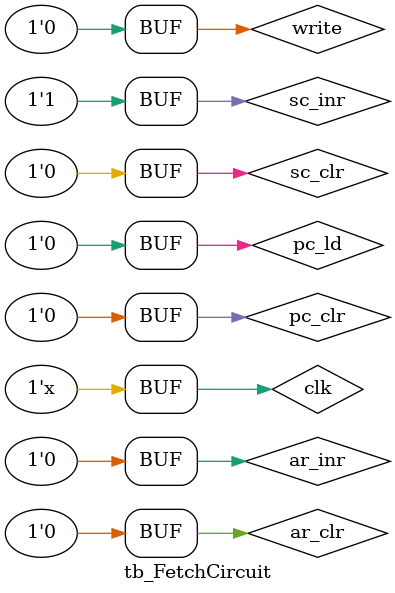
<source format=v>
`timescale 1ns/100ps
`include "FetchC.v"

module tb_FetchCircuit;

reg clk;
wire [2:0] s;

reg write;
reg pc_ld, pc_clr;
reg ar_inr, ar_clr;
reg sc_inr, sc_clr;

wire [15:0] sys_bus;
wire [11:0] w_ar_data;
wire [11:0] w_pc_data;
wire [15:0] w_ir_data;
wire [15:0] w_mem_data;

FetchCircuit obj(clk, s, write, sc_inr, sc_clr, pc_ld, pc_clr, ar_inr, ar_clr,
			sys_bus, w_ar_data, w_pc_data, w_ir_data, w_mem_data);

initial begin
	clk = 0;
	sc_clr = 0;
	sc_inr = 0;

	write = 0;
	pc_ld = 0;
	pc_clr = 0;
	ar_inr = 0;
	ar_clr = 0;

	#20 sc_inr = 1;
end

always #10 clk = ~clk;

endmodule


/*module tb_FetchCircuit;

reg clk;
reg [2:0] s;

reg read, write;
reg pc_ld, pc_clr, pc_inr;
reg ar_ld, ar_inr, ar_clr;
reg ir_ld;

wire [15:0] sys_bus;
wire [11:0] w_ar_data;
wire [11:0] w_pc_data;
wire [15:0] w_ir_data;
wire [15:0] w_mem_data;

FetchCircuit obj(clk, s, read, write, pc_ld, pc_clr, pc_inr, ar_ld, ar_inr, ar_clr,
			ir_ld, sys_bus, w_ar_data, w_pc_data, w_ir_data, w_mem_data);

initial begin
	clk <= 0;
	pc_inr <= 0;
	pc_clr <= 0;
	ar_clr <= 0;
	ar_inr <= 0;
	pc_ld <= 0;
	ar_ld <= 0;
	read <= 0;
	write <= 0;
	ir_ld <= 0;
	s <= 3'b010;
end

initial begin
	#5 ar_ld <= 1;
	#25 ar_ld <= 0;
end

initial begin
	#30 read <= 1;
	#30 read <= 0;
end

initial begin
	#20 pc_inr <= 1;
	#20 pc_inr <= 0;
end

initial begin
	#25 s <= 3'b111;
end

initial begin
	#25 ir_ld <= 1;
	#10 ir_ld <= 0;
end

always #10 clk <= ~clk;

endmodule*/

</source>
